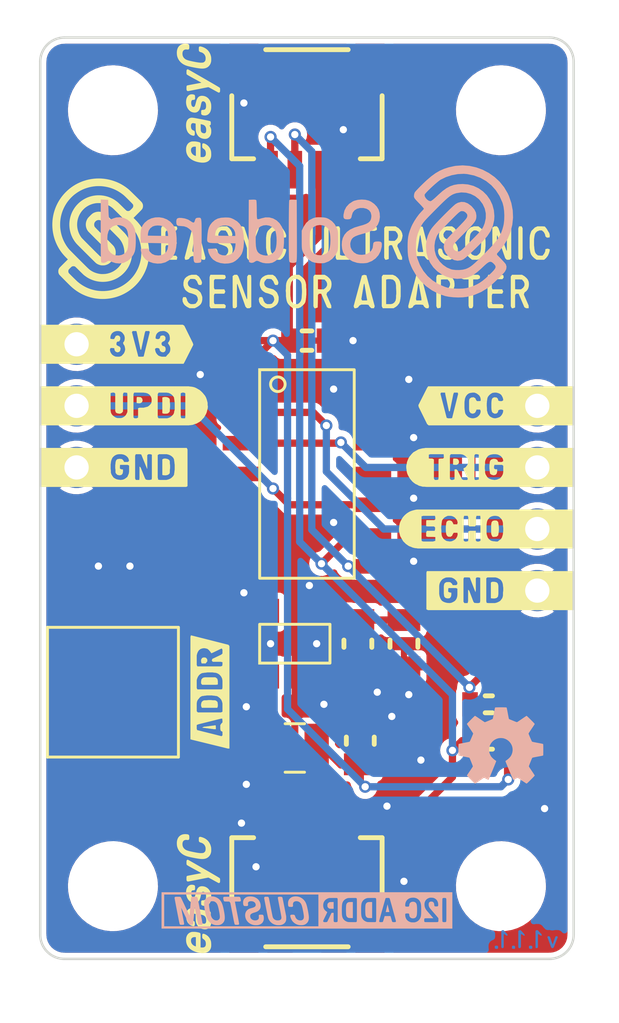
<source format=kicad_pcb>
(kicad_pcb (version 20210623) (generator pcbnew)
  (title_block (title "Ultrasonic sensor adapter-easyC") (date "2021-06-09") (rev "V1.1.1.") (company "SOLDERED") (comment 1 "333001"))
  (layers (0 "F.Cu" signal) (31 "B.Cu" signal) (34 "B.Paste" user) (35 "F.Paste" user) (36 "B.SilkS" user "B.Silkscreen") (37 "F.SilkS" user "F.Silkscreen") (38 "B.Mask" user) (39 "F.Mask" user) (44 "Edge.Cuts" user))
  (net 0 "")
  (net 1 "GND")
  (net 2 "3V3")
  (net 3 "5V")
  (net 4 "TRIG")
  (net 5 "ECHO")
  (net 6 "SDA")
  (net 7 "SCL")
  (net 8 "UPDI")
  (net 9 "ADD3")
  (net 10 "ADD2")
  (net 11 "ADD1")
  (net 12 "Net-(L1-Pad1)")
  (footprint "Soldered Graphics:Logo-Back-SolderedFULL-17mm" (layer "F.Cu") (at 91 100)
    (fp_text reference "REF**" hide)
    (fp_text value "Logo-Front-SolderedFULL-17mm" hide)
  )
  (footprint "buzzardLabel" (layer "F.Cu") (at 102.4 109.73)
    (fp_text reference "" (at 0 0) (layer "F.SilkS") (effects (font (size 1.27 1.27))))
    (fp_text value "" (at 0 0) (layer "F.SilkS") (effects (font (size 1.27 1.27))))
  )
  (footprint "e-radionica.com footprinti:HOLE_3.2mm" (layer "F.Cu") (at 99 127)
    (fp_text reference "H1" hide)
    (fp_text value "HOLE_3.2mm" hide)
    (pad "" np_thru_hole circle locked (at 0 0) (size 3.2 3.2) (drill 3.2) (layers F&B.Cu *.Mask))
  )
  (footprint "buzzardLabel" (layer "F.Cu") (at 87 119 90)
    (fp_text reference "" (at 0 0 90) (layer "F.SilkS") (effects (font (size 1.27 1.27))))
    (fp_text value "" (at 0 0 90) (layer "F.SilkS") (effects (font (size 1.27 1.27))))
  )
  (footprint "e-radionica.com footprinti:DSHP03TS-S" (layer "F.Cu") (at 83 119 90)
    (fp_text reference "K5")
    (fp_text value "DSHP03TS-S")
    (pad "1" smd rect locked (at -3.81 -1.27 180) (size 0.76 1.27) (layers "F.Cu" "F.Paste" "F.Mask") (net 11 "ADD1"))
    (pad "2" smd rect locked (at 3.81 -1.27 180) (size 0.76 1.27) (layers "F.Cu" "F.Paste" "F.Mask") (net 1 "GND"))
    (pad "3" smd rect locked (at -3.81 0 180) (size 0.76 1.27) (layers "F.Cu" "F.Paste" "F.Mask") (net 10 "ADD2"))
    (pad "4" smd rect locked (at 3.81 0 180) (size 0.76 1.27) (layers "F.Cu" "F.Paste" "F.Mask") (net 1 "GND"))
    (pad "5" smd rect locked (at -3.81 1.27 180) (size 0.76 1.27) (layers "F.Cu" "F.Paste" "F.Mask") (net 9 "ADD3"))
    (pad "6" smd rect locked (at 3.81 1.27 180) (size 0.76 1.27) (layers "F.Cu" "F.Paste" "F.Mask") (net 1 "GND"))
  )
  (footprint "e-radionica.com footprinti:0805C" (layer "F.Cu") (at 93.2 121 -90)
    (fp_text reference "C4")
    (fp_text value "C1608X7S1A475K080AC")
    (pad "1" smd rect locked (at -0.975 0) (size 1.35 0.9) (layers "F.Cu" "F.Paste" "F.Mask") (net 1 "GND"))
    (pad "2" smd rect locked (at 0.975 0) (size 1.35 0.9) (layers "F.Cu" "F.Paste" "F.Mask") (net 2 "3V3"))
  )
  (footprint "buzzardLabel" (layer "F.Cu") (at 93 100.5)
    (fp_text reference "" (at 0 0) (layer "F.SilkS") (effects (font (size 1.27 1.27))))
    (fp_text value "" (at 0 0) (layer "F.SilkS") (effects (font (size 1.27 1.27))))
  )
  (footprint "e-radionica.com footprinti:0603R" (layer "F.Cu") (at 98.5 119.5)
    (fp_text reference "R1")
    (fp_text value "10k")
    (pad "1" smd rect locked (at -0.775 0 90) (size 1 0.64) (layers "F.Cu" "F.Paste" "F.Mask") (net 6 "SDA"))
    (pad "2" smd rect locked (at 0.775 0 90) (size 1 0.64) (layers "F.Cu" "F.Paste" "F.Mask") (net 2 "3V3"))
  )
  (footprint "Soldered Graphics:Logo-Front-easyC-5mm" (layer "F.Cu") (at 86.5 94.7 90)
    (fp_text reference "G***" hide)
    (fp_text value "LOGO" hide)
  )
  (footprint "e-radionica.com footprinti:easyC-connector" (layer "F.Cu") (at 91 126.7 180)
    (fp_text reference "K2")
    (fp_text value "easyC-SMD")
    (pad "1" smd rect locked (at -1.5 2.15 180) (size 0.6 1.55) (layers "F.Cu" "F.Paste" "F.Mask") (net 7 "SCL"))
    (pad "2" smd rect locked (at -0.5 2.15 180) (size 0.6 1.55) (layers "F.Cu" "F.Paste" "F.Mask") (net 6 "SDA"))
    (pad "3" smd rect locked (at 0.5 2.15 180) (size 0.6 1.55) (layers "F.Cu" "F.Paste" "F.Mask") (net 2 "3V3"))
    (pad "4" smd rect locked (at 1.5 2.15 180) (size 0.6 1.55) (layers "F.Cu" "F.Paste" "F.Mask") (net 1 "GND"))
    (pad "5" smd rect locked (at 2.6 -2.15 180) (size 1.2 1.8) (layers "F.Cu" "F.Paste" "F.Mask") (net 1 "GND"))
    (pad "5" smd rect locked (at -2.6 -2.15 180) (size 1.2 1.8) (layers "F.Cu" "F.Paste" "F.Mask") (net 1 "GND"))
  )
  (footprint "Soldered Graphics:Logo-Front-easyC-5mm" (layer "F.Cu") (at 86.5 127.3 90)
    (fp_text reference "G***" hide)
    (fp_text value "LOGO" hide)
  )
  (footprint "buzzardLabel" (layer "F.Cu") (at 93 102.5)
    (fp_text reference "" (at 0 0) (layer "F.SilkS") (effects (font (size 1.27 1.27))))
    (fp_text value "" (at 0 0) (layer "F.SilkS") (effects (font (size 1.27 1.27))))
  )
  (footprint "e-radionica.com footprinti:0805C" (layer "F.Cu") (at 93.1 117 90)
    (fp_text reference "C2")
    (fp_text value "CL10A226MPCNUBE")
    (pad "1" smd rect locked (at -0.975 0 180) (size 1.35 0.9) (layers "F.Cu" "F.Paste" "F.Mask") (net 1 "GND"))
    (pad "2" smd rect locked (at 0.975 0 180) (size 1.35 0.9) (layers "F.Cu" "F.Paste" "F.Mask") (net 3 "5V"))
  )
  (footprint "e-radionica.com footprinti:0805C" (layer "F.Cu") (at 95 117 90)
    (fp_text reference "C3")
    (fp_text value "CL10A226MPCNUBE")
    (pad "1" smd rect locked (at -0.975 0 180) (size 1.35 0.9) (layers "F.Cu" "F.Paste" "F.Mask") (net 1 "GND"))
    (pad "2" smd rect locked (at 0.975 0 180) (size 1.35 0.9) (layers "F.Cu" "F.Paste" "F.Mask") (net 3 "5V"))
  )
  (footprint "Soldered Graphics:Logo-Back-OSH-3.5mm" (layer "F.Cu") (at 99 121.2)
    (fp_text reference "G***" hide)
    (fp_text value "LOGO" hide)
  )
  (footprint "e-radionica.com footprinti:HOLE_3.2mm" (layer "F.Cu") (at 83 95)
    (fp_text reference "H3" hide)
    (fp_text value "HOLE_3.2mm" hide)
    (pad "" np_thru_hole circle locked (at 0 0) (size 3.2 3.2) (drill 3.2) (layers F&B.Cu *.Mask))
  )
  (footprint "e-radionica.com footprinti:easyC-connector" (layer "F.Cu") (at 91 95.3)
    (fp_text reference "K4")
    (fp_text value "easyC-SMD")
    (pad "1" smd rect locked (at -1.5 2.15) (size 0.6 1.55) (layers "F.Cu" "F.Paste" "F.Mask") (net 7 "SCL"))
    (pad "2" smd rect locked (at -0.5 2.15) (size 0.6 1.55) (layers "F.Cu" "F.Paste" "F.Mask") (net 6 "SDA"))
    (pad "3" smd rect locked (at 0.5 2.15) (size 0.6 1.55) (layers "F.Cu" "F.Paste" "F.Mask") (net 2 "3V3"))
    (pad "4" smd rect locked (at 1.5 2.15) (size 0.6 1.55) (layers "F.Cu" "F.Paste" "F.Mask") (net 1 "GND"))
    (pad "5" smd rect locked (at 2.6 -2.15) (size 1.2 1.8) (layers "F.Cu" "F.Paste" "F.Mask") (net 1 "GND"))
    (pad "5" smd rect locked (at -2.6 -2.15) (size 1.2 1.8) (layers "F.Cu" "F.Paste" "F.Mask") (net 1 "GND"))
  )
  (footprint "e-radionica.com footprinti:HOLE_3.2mm" (layer "F.Cu") (at 99 95)
    (fp_text reference "H2" hide)
    (fp_text value "HOLE_3.2mm" hide)
    (pad "" np_thru_hole circle locked (at 0 0) (size 3.2 3.2) (drill 3.2) (layers F&B.Cu *.Mask))
  )
  (footprint "Soldered Graphics:Logo-Front-Soldered-5mm" (layer "F.Cu") (at 82.5 100.3)
    (fp_text reference "G***" hide)
    (fp_text value "LOGO" hide)
  )
  (footprint "e-radionica.com footprinti:SOIC-14" (layer "F.Cu") (at 91 110)
    (fp_text reference "U1")
    (fp_text value "ATTINY404-SSNR")
    (pad "1" smd rect locked (at -2.7 -3.81) (size 1.55 0.6) (layers "F.Cu" "F.Paste" "F.Mask") (net 2 "3V3"))
    (pad "2" smd rect locked (at -2.7 -2.54) (size 1.55 0.6) (layers "F.Cu" "F.Paste" "F.Mask") (net 5 "ECHO"))
    (pad "3" smd rect locked (at -2.7 -1.27) (size 1.55 0.6) (layers "F.Cu" "F.Paste" "F.Mask") (net 4 "TRIG"))
    (pad "4" smd rect locked (at -2.7 0) (size 1.55 0.6) (layers "F.Cu" "F.Paste" "F.Mask"))
    (pad "5" smd rect locked (at -2.7 1.27) (size 1.55 0.6) (layers "F.Cu" "F.Paste" "F.Mask") (net 9 "ADD3"))
    (pad "6" smd rect locked (at -2.7 2.54) (size 1.55 0.6) (layers "F.Cu" "F.Paste" "F.Mask") (net 10 "ADD2"))
    (pad "7" smd rect locked (at -2.7 3.81) (size 1.55 0.6) (layers "F.Cu" "F.Paste" "F.Mask") (net 11 "ADD1"))
    (pad "8" smd rect locked (at 2.7 3.81) (size 1.55 0.6) (layers "F.Cu" "F.Paste" "F.Mask") (net 6 "SDA"))
    (pad "9" smd rect locked (at 2.7 2.54) (size 1.55 0.6) (layers "F.Cu" "F.Paste" "F.Mask") (net 7 "SCL"))
    (pad "10" smd rect locked (at 2.7 1.27) (size 1.55 0.6) (layers "F.Cu" "F.Paste" "F.Mask") (net 8 "UPDI"))
    (pad "11" smd rect locked (at 2.7 0) (size 1.55 0.6) (layers "F.Cu" "F.Paste" "F.Mask"))
    (pad "12" smd rect locked (at 2.7 -1.27) (size 1.55 0.6) (layers "F.Cu" "F.Paste" "F.Mask"))
    (pad "13" smd rect locked (at 2.7 -2.54) (size 1.55 0.6) (layers "F.Cu" "F.Paste" "F.Mask"))
    (pad "14" smd rect locked (at 2.7 -3.81) (size 1.55 0.6) (layers "F.Cu" "F.Paste" "F.Mask") (net 1 "GND"))
  )
  (footprint "buzzardLabel" (layer "F.Cu") (at 79.6 104.65)
    (fp_text reference "" (at 0 0) (layer "F.SilkS") (effects (font (size 1.27 1.27))))
    (fp_text value "" (at 0 0) (layer "F.SilkS") (effects (font (size 1.27 1.27))))
  )
  (footprint "e-radionica.com footprinti:HOLE_3.2mm" (layer "F.Cu") (at 83 127)
    (fp_text reference "H4" hide)
    (fp_text value "HOLE_3.2mm" hide)
    (pad "" np_thru_hole circle locked (at 0 0) (size 3.2 3.2) (drill 3.2) (layers F&B.Cu *.Mask))
  )
  (footprint "e-radionica.com footprinti:tps613222a" (layer "F.Cu") (at 90.5 117 90)
    (fp_text reference "U2")
    (fp_text value "TPS613222A")
    (pad "1" smd rect (at -1.3 -0.95 90) (size 1.1 0.6) (layers "F.Cu" "F.Paste" "F.Mask") (net 12 "Net-(L1-Pad1)"))
    (pad "2" smd rect (at -1.3 0 90) (size 1.1 0.6) (layers "F.Cu" "F.Paste" "F.Mask") (net 1 "GND"))
    (pad "3" smd rect (at -1.3 0.95 90) (size 1.1 0.6) (layers "F.Cu" "F.Paste" "F.Mask"))
    (pad "4" smd rect (at 1.3 0.95 90) (size 1.1 0.6) (layers "F.Cu" "F.Paste" "F.Mask") (net 3 "5V"))
    (pad "5" smd rect (at 1.3 -0.95 90) (size 1.1 0.6) (layers "F.Cu" "F.Paste" "F.Mask"))
  )
  (footprint "e-radionica.com footprinti:0603C" (layer "F.Cu") (at 91 104.5)
    (fp_text reference "C1")
    (fp_text value "0.1uF")
    (pad "1" smd rect locked (at -0.73 0) (size 0.66 1) (layers "F.Cu" "F.Paste" "F.Mask") (net 2 "3V3"))
    (pad "2" smd rect locked (at 0.73 0) (size 0.66 1) (layers "F.Cu" "F.Paste" "F.Mask") (net 1 "GND"))
  )
  (footprint "buzzardLabel" (layer "F.Cu") (at 79.6 107.19)
    (fp_text reference "" (at 0 0) (layer "F.SilkS") (effects (font (size 1.27 1.27))))
    (fp_text value "" (at 0 0) (layer "F.SilkS") (effects (font (size 1.27 1.27))))
  )
  (footprint "e-radionica.com footprinti:0603R" (layer "F.Cu") (at 98.5 121)
    (fp_text reference "R2")
    (fp_text value "10k")
    (pad "1" smd rect locked (at -0.775 0 90) (size 1 0.64) (layers "F.Cu" "F.Paste" "F.Mask") (net 7 "SCL"))
    (pad "2" smd rect locked (at 0.775 0 90) (size 1 0.64) (layers "F.Cu" "F.Paste" "F.Mask") (net 2 "3V3"))
  )
  (footprint "buzzardLabel" (layer "F.Cu") (at 102.4 107.19)
    (fp_text reference "" (at 0 0) (layer "F.SilkS") (effects (font (size 1.27 1.27))))
    (fp_text value "" (at 0 0) (layer "F.SilkS") (effects (font (size 1.27 1.27))))
  )
  (footprint "buzzardLabel" (layer "F.Cu") (at 79.6 109.73)
    (fp_text reference "" (at 0 0) (layer "F.SilkS") (effects (font (size 1.27 1.27))))
    (fp_text value "" (at 0 0) (layer "F.SilkS") (effects (font (size 1.27 1.27))))
  )
  (footprint "buzzardLabel" (layer "F.Cu") (at 102.4 112.27)
    (fp_text reference "" (at 0 0) (layer "F.SilkS") (effects (font (size 1.27 1.27))))
    (fp_text value "" (at 0 0) (layer "F.SilkS") (effects (font (size 1.27 1.27))))
  )
  (footprint "e-radionica.com footprinti:0806L" (layer "F.Cu") (at 90.5 121.3)
    (fp_text reference "L1")
    (fp_text value "DFE201612E-2R2M=P2")
    (pad "1" smd rect (at -0.9 0) (size 1 2) (layers "F.Cu" "F.Paste" "F.Mask") (net 12 "Net-(L1-Pad1)"))
    (pad "2" smd rect (at 0.9 0) (size 1 2) (layers "F.Cu" "F.Paste" "F.Mask") (net 2 "3V3"))
  )
  (footprint "buzzardLabel" (layer "F.Cu") (at 102.4 114.81)
    (fp_text reference "" (at 0 0) (layer "F.SilkS") (effects (font (size 1.27 1.27))))
    (fp_text value "" (at 0 0) (layer "F.SilkS") (effects (font (size 1.27 1.27))))
  )
  (footprint "e-radionica.com footprinti:FIDUCIAL_23" (layer "F.Cu") (at 91 128)
    (fp_text reference "FD1")
    (fp_text value "FIDUCIAL")
    (fp_circle (center 0 0) (end 1 0) (layer "F.Cu") (width 0.2) (fill none))
    (pad "1" smd circle (at 0 0) (size 1 1) (layers "F.Cu" "F.Paste" "F.Mask") (clearance 1.1))
  )
  (footprint "e-radionica.com footprinti:HEADER-UPDI" (layer "B.Cu") (at 81.5 107.19 -90)
    (fp_text reference "K3")
    (fp_text value "HEADER-UPDI")
    (pad "1" thru_hole circle locked (at -2.54 0 270) (size 1.7 1.7) (drill 1) (layers *.Cu *.Mask) (net 2 "3V3"))
    (pad "2" thru_hole circle locked (at 0 0 270) (size 1.7 1.7) (drill 1) (layers *.Cu *.Mask) (net 8 "UPDI"))
    (pad "3" thru_hole circle locked (at 2.54 0 270) (size 1.7 1.7) (drill 1) (layers *.Cu *.Mask) (net 1 "GND"))
  )
  (footprint "Soldered Graphics:Version1.1.1." (layer "B.Cu") (at 100 129.2 180)
    (fp_text reference "REF**" hide)
    (fp_text value "Version1.1.1." hide)
    (fp_poly (pts (xy -0.5 -0.35) (xy -0.44 -0.35) (xy -0.43 -0.31) (xy -0.43 0.35) (xy -0.46 0.38) (xy -0.52 0.38) (xy -0.55 0.34) (xy -0.67 0.22) (xy -0.68 0.17) (xy -0.65 0.16) (xy -0.56 0.22) (xy -0.52 0.23) (xy -0.52 -0.31) (xy -0.5 -0.35)) (layer "B.Cu") (width 0.01) (fill solid))
    (fp_poly (pts (xy -1.15 -0.35) (xy -1.1 -0.35) (xy -1.07 -0.31) (xy -0.92 0.1) (xy -0.94 0.13) (xy -0.99 0.13) (xy -1.02 0.1) (xy -1.11 -0.16) (xy -1.13 -0.21) (xy -1.15 -0.17) (xy -1.24 0.09) (xy -1.26 0.13) (xy -1.32 0.13) (xy -1.34 0.1) (xy -1.18 -0.31) (xy -1.15 -0.35)) (layer "B.Cu") (width 0.01) (fill solid))
    (fp_poly (pts (xy -0.27 -0.38) (xy -0.22 -0.38) (xy -0.17 -0.37) (xy -0.16 -0.33) (xy -0.16 -0.27) (xy -0.21 -0.26) (xy -0.26 -0.26) (xy -0.29 -0.29) (xy -0.29 -0.34) (xy -0.27 -0.38)) (layer "B.Cu") (width 0.01) (fill solid))
    (fp_poly (pts (xy 0.43 -0.38) (xy 0.48 -0.38) (xy 0.54 -0.37) (xy 0.54 -0.33) (xy 0.54 -0.27) (xy 0.5 -0.26) (xy 0.45 -0.26) (xy 0.42 -0.29) (xy 0.42 -0.34) (xy 0.43 -0.38)) (layer "B.Cu") (width 0.01) (fill solid))
    (fp_poly (pts (xy 0.91 -0.35) (xy 0.96 -0.35) (xy 0.98 -0.31) (xy 0.98 0.35) (xy 0.95 0.38) (xy 0.89 0.38) (xy 0.86 0.34) (xy 0.74 0.22) (xy 0.73 0.17) (xy 0.76 0.16) (xy 0.85 0.22) (xy 0.89 0.23) (xy 0.89 -0.31) (xy 0.91 -0.35)) (layer "B.Cu") (width 0.01) (fill solid))
    (fp_poly (pts (xy 0.21 -0.35) (xy 0.26 -0.35) (xy 0.28 -0.31) (xy 0.28 0.35) (xy 0.24 0.38) (xy 0.19 0.38) (xy 0.15 0.34) (xy 0.04 0.22) (xy 0.02 0.17) (xy 0.05 0.16) (xy 0.14 0.22) (xy 0.18 0.23) (xy 0.18 -0.31) (xy 0.21 -0.35)) (layer "B.Cu") (width 0.01) (fill solid))
    (fp_poly (pts (xy 1.14 -0.38) (xy 1.19 -0.38) (xy 1.24 -0.37) (xy 1.25 -0.33) (xy 1.25 -0.27) (xy 1.2 -0.26) (xy 1.15 -0.26) (xy 1.12 -0.29) (xy 1.12 -0.34) (xy 1.14 -0.38)) (layer "B.Cu") (width 0.01) (fill solid))
  )
  (footprint "e-radionica.com footprinti:HEADER_MALE_4X1" (layer "B.Cu") (at 100.5 111 90)
    (fp_text reference "K1")
    (fp_text value "HEADER_MALE_4X1")
    (pad "1" thru_hole circle locked (at -3.81 0 90) (size 1.7 1.7) (drill 1) (layers *.Cu *.Mask) (net 1 "GND"))
    (pad "2" thru_hole circle locked (at -1.27 0 90) (size 1.7 1.7) (drill 1) (layers *.Cu *.Mask) (net 5 "ECHO"))
    (pad "3" thru_hole circle locked (at 1.27 0 90) (size 1.7 1.7) (drill 1) (layers *.Cu *.Mask) (net 4 "TRIG"))
    (pad "4" thru_hole circle locked (at 3.81 0 90) (size 1.7 1.7) (drill 1) (layers *.Cu *.Mask) (net 3 "5V"))
  )
  (footprint "Soldered Graphics:Symbol-Front_I2C_ADDR_CUSTOM" (layer "B.Cu") (at 91 128 180)
    (fp_text reference "REF**" hide)
    (fp_text value "Symbol-Front_I2C_ADDR_CUSTOM" hide)
  )
  (gr_arc (start 101 93) (end 102 93) (angle -90) (layer "Edge.Cuts") (width 0.1))
  (gr_line (start 101 130) (end 81 130) (layer "Edge.Cuts") (width 0.1))
  (gr_line (start 102 93) (end 102 129) (layer "Edge.Cuts") (width 0.1))
  (gr_arc (start 81 129) (end 81 130) (angle 90) (layer "Edge.Cuts") (width 0.1))
  (gr_line (start 80 129) (end 80 93) (layer "Edge.Cuts") (width 0.1))
  (gr_line (start 81 92) (end 101 92) (layer "Edge.Cuts") (width 0.1))
  (gr_arc (start 101 129) (end 102 129) (angle 90) (layer "Edge.Cuts") (width 0.1))
  (gr_arc (start 81 93) (end 81 92) (angle -90) (layer "Edge.Cuts") (width 0.1))
  (via (at 92.1 106.5) (size 0.5) (drill 0.3) (layers "F.Cu" "B.Cu") (net 1))
  (via (at 92.5 95.8) (size 0.5) (drill 0.3) (layers "F.Cu" "B.Cu") (net 1))
  (via (at 91.1 114.6) (size 0.5) (drill 0.3) (layers "F.Cu" "B.Cu") (net 1))
  (via (at 88.9 126.2) (size 0.5) (drill 0.3) (layers "F.Cu" "B.Cu") (net 1))
  (via (at 91.7 119.5) (size 0.5) (drill 0.3) (layers "F.Cu" "B.Cu") (net 1))
  (via (at 95.4 113.6) (size 0.5) (drill 0.3) (layers "F.Cu" "B.Cu") (net 1))
  (via (at 83.7 113.8) (size 0.5) (drill 0.3) (layers "F.Cu" "B.Cu") (net 1))
  (via (at 88.4 94.7) (size 0.5) (drill 0.3) (layers "F.Cu" "B.Cu") (net 1))
  (via (at 94.3 123.7) (size 0.5) (drill 0.3) (layers "F.Cu" "B.Cu") (net 1))
  (via (at 95.4 108.5) (size 0.5) (drill 0.3) (layers "F.Cu" "B.Cu") (net 1))
  (via (at 88.4 114.9) (size 0.5) (drill 0.3) (layers "F.Cu" "B.Cu") (net 1))
  (via (at 95 126.8) (size 0.5) (drill 0.3) (layers "F.Cu" "B.Cu") (net 1))
  (via (at 93.9 119) (size 0.5) (drill 0.3) (layers "F.Cu" "B.Cu") (net 1))
  (via (at 95.7 121.8) (size 0.5) (drill 0.3) (layers "F.Cu" "B.Cu") (net 1))
  (via (at 88.3 124.4) (size 0.5) (drill 0.3) (layers "F.Cu" "B.Cu") (net 1))
  (via (at 92.1 112) (size 0.5) (drill 0.3) (layers "F.Cu" "B.Cu") (net 1))
  (via (at 95.2 119.1) (size 0.5) (drill 0.3) (layers "F.Cu" "B.Cu") (net 1))
  (via (at 82.4 113.8) (size 0.5) (drill 0.3) (layers "F.Cu" "B.Cu") (net 1))
  (via (at 91.4 117) (size 0.5) (drill 0.3) (layers "F.Cu" "B.Cu") (net 1))
  (via (at 92.9 104.5) (size 0.5) (drill 0.3) (layers "F.Cu" "B.Cu") (net 1))
  (via (at 95.2 106.1) (size 0.5) (drill 0.3) (layers "F.Cu" "B.Cu") (net 1))
  (via (at 86.6 105.9) (size 0.5) (drill 0.3) (layers "F.Cu" "B.Cu") (net 1))
  (via (at 100.8 123.8) (size 0.5) (drill 0.3) (layers "F.Cu" "B.Cu") (net 1))
  (via (at 94.5 120) (size 0.5) (drill 0.3) (layers "F.Cu" "B.Cu") (net 1))
  (via (at 95.4 111) (size 0.5) (drill 0.3) (layers "F.Cu" "B.Cu") (net 1))
  (via (at 88.5 119.6) (size 0.5) (drill 0.3) (layers "F.Cu" "B.Cu") (net 1))
  (via (at 89.5 117) (size 0.5) (drill 0.3) (layers "F.Cu" "B.Cu") (net 1))
  (via (at 88.5 122.8) (size 0.5) (drill 0.3) (layers "F.Cu" "B.Cu") (net 1))
  (segment (start 90.27 104.5) (end 89.6 104.5) (width 0.3) (layer "F.Cu") (net 2))
  (segment (start 91.5 97.45) (end 91.5 100.2) (width 0.3) (layer "F.Cu") (net 2))
  (segment (start 81.65 104.5) (end 81.5 104.65) (width 0.3) (layer "F.Cu") (net 2))
  (segment (start 89.6 104.6) (end 89.6 104.5) (width 0.3) (layer "F.Cu") (net 2))
  (segment (start 91.37 121.23) (end 91.3 121.3) (width 0.3) (layer "F.Cu") (net 2))
  (segment (start 91.4 122.3) (end 91.4 121.3) (width 0.3) (layer "F.Cu") (net 2))
  (segment (start 90.27 101.43) (end 90.27 104.5) (width 0.3) (layer "F.Cu") (net 2))
  (segment (start 88.3 106.19) (end 88.3 105.8) (width 0.3) (layer "F.Cu") (net 2))
  (segment (start 93.175 122) (end 93.2 121.975) (width 0.3) (layer "F.Cu") (net 2))
  (segment (start 90.5 123.2) (end 91.4 122.3) (width 0.3) (layer "F.Cu") (net 2))
  (segment (start 99.3 122.6) (end 99.275 122.575) (width 0.3) (layer "F.Cu") (net 2))
  (segment (start 91.7 121.3) (end 92.4 122) (width 0.3) (layer "F.Cu") (net 2))
  (segment (start 93.2 121.975) (end 93.2 122.7) (width 0.3) (layer "F.Cu") (net 2))
  (segment (start 99.275 119.5) (end 99.275 121) (width 0.3) (layer "F.Cu") (net 2))
  (segment (start 89.6 104.5) (end 81.65 104.5) (width 0.3) (layer "F.Cu") (net 2))
  (segment (start 93.2 122.7) (end 93.4 122.9) (width 0.3) (layer "F.Cu") (net 2))
  (segment (start 92.4 122) (end 93.175 122) (width 0.3) (layer "F.Cu") (net 2))
  (segment (start 99.275 122.575) (end 99.275 121) (width 0.3) (layer "F.Cu") (net 2))
  (segment (start 88.3 105.8) (end 89.6 104.5) (width 0.3) (layer "F.Cu") (net 2))
  (segment (start 91.4 121.3) (end 91.7 121.3) (width 0.3) (layer "F.Cu") (net 2))
  (segment (start 91.5 100.2) (end 90.27 101.43) (width 0.3) (layer "F.Cu") (net 2))
  (segment (start 90.5 124.55) (end 90.5 123.2) (width 0.3) (layer "F.Cu") (net 2))
  (via (at 89.6 104.5) (size 0.5) (drill 0.3) (layers "F.Cu" "B.Cu") (net 2))
  (via (at 99.3 122.6) (size 0.5) (drill 0.3) (layers "F.Cu" "B.Cu") (net 2))
  (via (at 93.4 122.9) (size 0.5) (drill 0.3) (layers "F.Cu" "B.Cu") (net 2))
  (segment (start 90.2 111) (end 90.2 105.1) (width 0.3) (layer "B.Cu") (net 2))
  (segment (start 93.4 122.9) (end 99 122.9) (width 0.3) (layer "B.Cu") (net 2))
  (segment (start 90.2 105.1) (end 89.6 104.5) (width 0.3) (layer "B.Cu") (net 2))
  (segment (start 90.19998 119.69998) (end 90.19998 111.00002) (width 0.3) (layer "B.Cu") (net 2))
  (segment (start 99 122.9) (end 99.3 122.6) (width 0.3) (layer "B.Cu") (net 2))
  (segment (start 90.19998 111.00002) (end 90.2 111) (width 0.3) (layer "B.Cu") (net 2))
  (segment (start 93.4 122.9) (end 90.19998 119.69998) (width 0.3) (layer "B.Cu") (net 2))
  (segment (start 95 116.025) (end 95.975 116.025) (width 0.3) (layer "F.Cu") (net 3))
  (segment (start 91.45 115.7) (end 92.775 115.7) (width 0.3) (layer "F.Cu") (net 3))
  (segment (start 98.71 107.19) (end 100.5 107.19) (width 0.3) (layer "F.Cu") (net 3))
  (segment (start 97.8 108.1) (end 98.71 107.19) (width 0.3) (layer "F.Cu") (net 3))
  (segment (start 95.975 116.025) (end 97.8 114.2) (width 0.3) (layer "F.Cu") (net 3))
  (segment (start 92.775 115.7) (end 93.1 116.025) (width 0.3) (layer "F.Cu") (net 3))
  (segment (start 93.1 116.025) (end 95 116.025) (width 0.3) (layer "F.Cu") (net 3))
  (segment (start 97.8 114.2) (end 97.8 108.1) (width 0.3) (layer "F.Cu") (net 3))
  (segment (start 92.37 108.73) (end 88.3 108.73) (width 0.3) (layer "F.Cu") (net 4))
  (segment (start 92.4 108.7) (end 92.37 108.73) (width 0.3) (layer "F.Cu") (net 4))
  (via (at 92.4 108.7) (size 0.5) (drill 0.3) (layers "F.Cu" "B.Cu") (net 4))
  (segment (start 93.43 109.73) (end 100.5 109.73) (width 0.3) (layer "B.Cu") (net 4))
  (segment (start 92.4 108.7) (end 93.43 109.73) (width 0.3) (layer "B.Cu") (net 4))
  (segment (start 91.26 107.46) (end 88.3 107.46) (width 0.3) (layer "F.Cu") (net 5))
  (segment (start 91.8 108) (end 91.26 107.46) (width 0.3) (layer "F.Cu") (net 5))
  (via (at 91.8 108) (size 0.5) (drill 0.3) (layers "F.Cu" "B.Cu") (net 5))
  (segment (start 91.8 108) (end 91.8 109.9) (width 0.3) (layer "B.Cu") (net 5))
  (segment (start 94.17 112.27) (end 100.5 112.27) (width 0.3) (layer "B.Cu") (net 5))
  (segment (start 91.8 109.9) (end 94.17 112.27) (width 0.3) (layer "B.Cu") (net 5))
  (segment (start 100.2 118.6) (end 100.2 122.7) (width 0.3) (layer "F.Cu") (net 6))
  (segment (start 99.9 118.3) (end 100.2 118.6) (width 0.3) (layer "F.Cu") (net 6))
  (segment (start 91.5 125.8) (end 91.5 124.55) (width 0.3) (layer "F.Cu") (net 6))
  (segment (start 92.71 113.81) (end 93.7 113.81) (width 0.3) (layer "F.Cu") (net 6))
  (segment (start 97.725 119.5) (end 97.6 119.5) (width 0.3) (layer "F.Cu") (net 6))
  (segment (start 92.7 113.8) (end 92.71 113.81) (width 0.3) (layer "F.Cu") (net 6))
  (segment (start 100.2 122.7) (end 99.4 123.5) (width 0.3) (layer "F.Cu") (net 6))
  (segment (start 97.7 119.475) (end 97.725 119.5) (width 0.3) (layer "F.Cu") (net 6))
  (segment (start 92 126.3) (end 91.5 125.8) (width 0.3) (layer "F.Cu") (net 6))
  (segment (start 90.5 96) (end 90.5 97.45) (width 0.3) (layer "F.Cu") (net 6))
  (segment (start 96.9 123.5) (end 94.1 126.3) (width 0.3) (layer "F.Cu") (net 6))
  (segment (start 99.4 123.5) (end 96.9 123.5) (width 0.3) (layer "F.Cu") (net 6))
  (segment (start 97.7 118.8) (end 98.2 118.3) (width 0.3) (layer "F.Cu") (net 6))
  (segment (start 98.2 118.3) (end 99.9 118.3) (width 0.3) (layer "F.Cu") (net 6))
  (segment (start 94.1 126.3) (end 92 126.3) (width 0.3) (layer "F.Cu") (net 6))
  (segment (start 97.7 118.8) (end 97.7 119.475) (width 0.3) (layer "F.Cu") (net 6))
  (via (at 97.7 118.8) (size 0.5) (drill 0.3) (layers "F.Cu" "B.Cu") (net 6))
  (via (at 92.7 113.8) (size 0.5) (drill 0.3) (layers "F.Cu" "B.Cu") (net 6))
  (via (at 90.5 96) (size 0.5) (drill 0.3) (layers "F.Cu" "B.Cu") (net 6))
  (segment (start 91.2 112.3) (end 91.2 96.7) (width 0.3) (layer "B.Cu") (net 6))
  (segment (start 92.7 113.8) (end 91.2 112.3) (width 0.3) (layer "B.Cu") (net 6))
  (segment (start 91.2 96.7) (end 90.5 96) (width 0.3) (layer "B.Cu") (net 6))
  (segment (start 97.7 118.8) (end 92.7 113.8) (width 0.3) (layer "B.Cu") (net 6))
  (segment (start 89.5 96.1) (end 89.5 97.45) (width 0.3) (layer "F.Cu") (net 7))
  (segment (start 91.6 113.7) (end 92.76 112.54) (width 0.3) (layer "F.Cu") (net 7))
  (segment (start 97.4 121) (end 97.725 121) (width 0.3) (layer "F.Cu") (net 7))
  (segment (start 97 121.4) (end 97.4 121) (width 0.3) (layer "F.Cu") (net 7))
  (segment (start 94.95 124.55) (end 92.5 124.55) (width 0.3) (layer "F.Cu") (net 7))
  (segment (start 92.76 112.54) (end 93.7 112.54) (width 0.3) (layer "F.Cu") (net 7))
  (segment (start 97 121.4) (end 97 122.5) (width 0.3) (layer "F.Cu") (net 7))
  (segment (start 97 122.5) (end 94.95 124.55) (width 0.3) (layer "F.Cu") (net 7))
  (via (at 97 121.4) (size 0.5) (drill 0.3) (layers "F.Cu" "B.Cu") (net 7))
  (via (at 89.5 96.1) (size 0.5) (drill 0.3) (layers "F.Cu" "B.Cu") (net 7))
  (via (at 91.6 113.7) (size 0.5) (drill 0.3) (layers "F.Cu" "B.Cu") (net 7))
  (segment (start 91.6 113.7) (end 90.7 112.8) (width 0.3) (layer "B.Cu") (net 7))
  (segment (start 90.7 97.3) (end 89.5 96.1) (width 0.3) (layer "B.Cu") (net 7))
  (segment (start 97 119.1) (end 91.6 113.7) (width 0.3) (layer "B.Cu") (net 7))
  (segment (start 90.7 112.8) (end 90.7 97.3) (width 0.3) (layer "B.Cu") (net 7))
  (segment (start 97 121.4) (end 97 119.1) (width 0.3) (layer "B.Cu") (net 7))
  (segment (start 90.27 111.27) (end 93.7 111.27) (width 0.3) (layer "F.Cu") (net 8))
  (segment (start 89.6 110.6) (end 90.27 111.27) (width 0.3) (layer "F.Cu") (net 8))
  (via (at 89.6 110.6) (size 0.5) (drill 0.3) (layers "F.Cu" "B.Cu") (net 8))
  (segment (start 86.19 107.19) (end 81.5 107.19) (width 0.3) (layer "B.Cu") (net 8))
  (segment (start 89.6 110.6) (end 86.19 107.19) (width 0.3) (layer "B.Cu") (net 8))
  (segment (start 85.8 121) (end 84.27 122.53) (width 0.3) (layer "F.Cu") (net 9))
  (segment (start 87.23 111.27) (end 85.8 112.7) (width 0.3) (layer "F.Cu") (net 9))
  (segment (start 88.3 111.27) (end 87.23 111.27) (width 0.3) (layer "F.Cu") (net 9))
  (segment (start 85.8 112.7) (end 85.8 121) (width 0.3) (layer "F.Cu") (net 9))
  (segment (start 84.27 122.53) (end 84.27 122.81) (width 0.3) (layer "F.Cu") (net 9))
  (segment (start 83.4 124) (end 83 123.6) (width 0.3) (layer "F.Cu") (net 10))
  (segment (start 87.26 112.54) (end 86.3 113.5) (width 0.3) (layer "F.Cu") (net 10))
  (segment (start 86.3 113.5) (end 86.3 122.7) (width 0.3) (layer "F.Cu") (net 10))
  (segment (start 86.3 122.7) (end 85 124) (width 0.3) (layer "F.Cu") (net 10))
  (segment (start 88.3 112.54) (end 87.26 112.54) (width 0.3) (layer "F.Cu") (net 10))
  (segment (start 83 123.6) (end 83 122.81) (width 0.3) (layer "F.Cu") (net 10))
  (segment (start 85 124) (end 83.4 124) (width 0.3) (layer "F.Cu") (net 10))
  (segment (start 87.19 113.81) (end 86.8 114.2) (width 0.3) (layer "F.Cu") (net 11))
  (segment (start 84.792884 124.50002) (end 84.792864 124.5) (width 0.3) (layer "F.Cu") (net 11))
  (segment (start 88.3 113.81) (end 87.19 113.81) (width 0.3) (layer "F.Cu") (net 11))
  (segment (start 86.8 114.2) (end 86.8 122.907136) (width 0.3) (layer "F.Cu") (net 11))
  (segment (start 85.207116 124.50002) (end 84.792884 124.50002) (width 0.3) (layer "F.Cu") (net 11))
  (segment (start 81.73 123.63) (end 81.73 122.81) (width 0.3) (layer "F.Cu") (net 11))
  (segment (start 86.8 122.907136) (end 85.207116 124.50002) (width 0.3) (layer "F.Cu") (net 11))
  (segment (start 82.6 124.5) (end 81.73 123.63) (width 0.3) (layer "F.Cu") (net 11))
  (segment (start 84.792864 124.5) (end 82.6 124.5) (width 0.3) (layer "F.Cu") (net 11))
  (segment (start 89.55 121.25) (end 89.6 121.3) (width 0.3) (layer "F.Cu") (net 12))
  (segment (start 89.55 118.5) (end 89.55 121.25) (width 0.3) (layer "F.Cu") (net 12))
  (segment (start 89.55 121.15) (end 89.7 121.3) (width 0.3) (layer "F.Cu") (net 12))
  (zone (net 1) (net_name "GND") (layers F&B.Cu) (connect_pads (clearance 0.254)) (min_thickness 0.254) (fill yes (thermal_gap 0.254) (thermal_bridge_width 0.254))
    (polygon (pts (xy 102 130) (xy 80 130) (xy 80 92) (xy 102 92)))
  )
)
</source>
